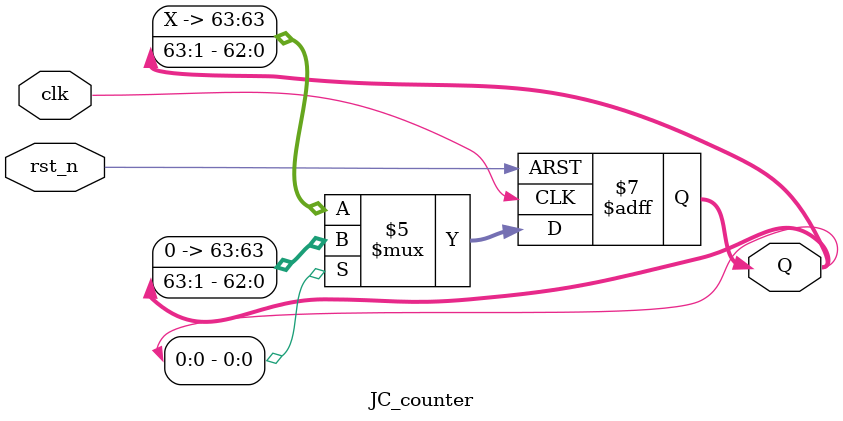
<source format=v>
`timescale 1ns/1ns

module JC_counter(
   input                clk ,
   input                rst_n,
 
   output reg [63:0]     Q  
);
    always@(posedge clk or negedge rst_n)begin
        if(!rst_n) Q <= 'd0;
        else if(!Q[0]) Q <= {1'b1, Q[64 : 1]};
        else Q <= {1'b0, Q[63 : 1]};
    end
endmodule

</source>
